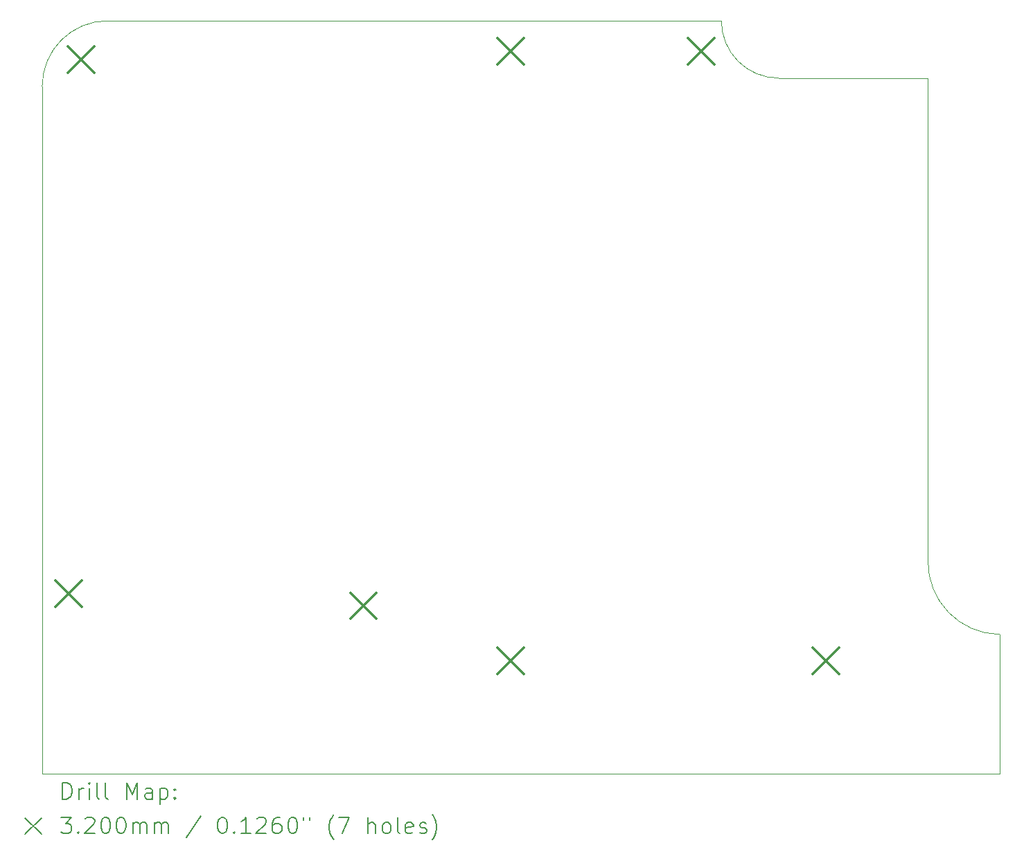
<source format=gbr>
%FSLAX45Y45*%
G04 Gerber Fmt 4.5, Leading zero omitted, Abs format (unit mm)*
G04 Created by KiCad (PCBNEW (5.99.0-12766-g4a3658027e)) date 2021-12-04 14:16:48*
%MOMM*%
%LPD*%
G01*
G04 APERTURE LIST*
%TA.AperFunction,Profile*%
%ADD10C,0.050000*%
%TD*%
%ADD11C,0.200000*%
%ADD12C,0.320000*%
G04 APERTURE END LIST*
D10*
X2125000Y-21300000D02*
X13825000Y-21300000D01*
X2125000Y-21300000D02*
X2125000Y-12900000D01*
X10425000Y-12100000D02*
G75*
G03*
X11125000Y-12800000I700000J0D01*
G01*
X13825000Y-21300000D02*
X13825000Y-19600000D01*
X11125000Y-12800000D02*
X12950000Y-12800000D01*
X12950000Y-12800000D02*
X12950000Y-18700000D01*
X7525000Y-12100000D02*
X10425000Y-12100000D01*
X2925000Y-12100000D02*
X7525000Y-12100000D01*
X13825000Y-19600000D02*
G75*
G02*
X12950000Y-18700000I12500J887500D01*
G01*
X2925000Y-12100000D02*
G75*
G03*
X2125000Y-12900000I0J-800000D01*
G01*
D11*
D12*
X2290000Y-18940000D02*
X2610000Y-19260000D01*
X2610000Y-18940000D02*
X2290000Y-19260000D01*
X2440000Y-12415000D02*
X2760000Y-12735000D01*
X2760000Y-12415000D02*
X2440000Y-12735000D01*
X5890000Y-19090000D02*
X6210000Y-19410000D01*
X6210000Y-19090000D02*
X5890000Y-19410000D01*
X7690000Y-12315000D02*
X8010000Y-12635000D01*
X8010000Y-12315000D02*
X7690000Y-12635000D01*
X7690000Y-19765000D02*
X8010000Y-20085000D01*
X8010000Y-19765000D02*
X7690000Y-20085000D01*
X10015000Y-12315000D02*
X10335000Y-12635000D01*
X10335000Y-12315000D02*
X10015000Y-12635000D01*
X11540000Y-19765000D02*
X11860000Y-20085000D01*
X11860000Y-19765000D02*
X11540000Y-20085000D01*
D11*
X2375119Y-21612976D02*
X2375119Y-21412976D01*
X2422738Y-21412976D01*
X2451310Y-21422500D01*
X2470357Y-21441548D01*
X2479881Y-21460595D01*
X2489405Y-21498690D01*
X2489405Y-21527262D01*
X2479881Y-21565357D01*
X2470357Y-21584405D01*
X2451310Y-21603452D01*
X2422738Y-21612976D01*
X2375119Y-21612976D01*
X2575119Y-21612976D02*
X2575119Y-21479643D01*
X2575119Y-21517738D02*
X2584643Y-21498690D01*
X2594167Y-21489167D01*
X2613214Y-21479643D01*
X2632262Y-21479643D01*
X2698929Y-21612976D02*
X2698929Y-21479643D01*
X2698929Y-21412976D02*
X2689405Y-21422500D01*
X2698929Y-21432024D01*
X2708452Y-21422500D01*
X2698929Y-21412976D01*
X2698929Y-21432024D01*
X2822738Y-21612976D02*
X2803690Y-21603452D01*
X2794167Y-21584405D01*
X2794167Y-21412976D01*
X2927500Y-21612976D02*
X2908452Y-21603452D01*
X2898928Y-21584405D01*
X2898928Y-21412976D01*
X3156071Y-21612976D02*
X3156071Y-21412976D01*
X3222738Y-21555833D01*
X3289405Y-21412976D01*
X3289405Y-21612976D01*
X3470357Y-21612976D02*
X3470357Y-21508214D01*
X3460833Y-21489167D01*
X3441786Y-21479643D01*
X3403690Y-21479643D01*
X3384643Y-21489167D01*
X3470357Y-21603452D02*
X3451309Y-21612976D01*
X3403690Y-21612976D01*
X3384643Y-21603452D01*
X3375119Y-21584405D01*
X3375119Y-21565357D01*
X3384643Y-21546310D01*
X3403690Y-21536786D01*
X3451309Y-21536786D01*
X3470357Y-21527262D01*
X3565595Y-21479643D02*
X3565595Y-21679643D01*
X3565595Y-21489167D02*
X3584643Y-21479643D01*
X3622738Y-21479643D01*
X3641786Y-21489167D01*
X3651309Y-21498690D01*
X3660833Y-21517738D01*
X3660833Y-21574881D01*
X3651309Y-21593929D01*
X3641786Y-21603452D01*
X3622738Y-21612976D01*
X3584643Y-21612976D01*
X3565595Y-21603452D01*
X3746548Y-21593929D02*
X3756071Y-21603452D01*
X3746548Y-21612976D01*
X3737024Y-21603452D01*
X3746548Y-21593929D01*
X3746548Y-21612976D01*
X3746548Y-21489167D02*
X3756071Y-21498690D01*
X3746548Y-21508214D01*
X3737024Y-21498690D01*
X3746548Y-21489167D01*
X3746548Y-21508214D01*
X1917500Y-21842500D02*
X2117500Y-22042500D01*
X2117500Y-21842500D02*
X1917500Y-22042500D01*
X2356071Y-21832976D02*
X2479881Y-21832976D01*
X2413214Y-21909167D01*
X2441786Y-21909167D01*
X2460833Y-21918690D01*
X2470357Y-21928214D01*
X2479881Y-21947262D01*
X2479881Y-21994881D01*
X2470357Y-22013929D01*
X2460833Y-22023452D01*
X2441786Y-22032976D01*
X2384643Y-22032976D01*
X2365595Y-22023452D01*
X2356071Y-22013929D01*
X2565595Y-22013929D02*
X2575119Y-22023452D01*
X2565595Y-22032976D01*
X2556071Y-22023452D01*
X2565595Y-22013929D01*
X2565595Y-22032976D01*
X2651310Y-21852024D02*
X2660833Y-21842500D01*
X2679881Y-21832976D01*
X2727500Y-21832976D01*
X2746548Y-21842500D01*
X2756071Y-21852024D01*
X2765595Y-21871071D01*
X2765595Y-21890119D01*
X2756071Y-21918690D01*
X2641786Y-22032976D01*
X2765595Y-22032976D01*
X2889405Y-21832976D02*
X2908452Y-21832976D01*
X2927500Y-21842500D01*
X2937024Y-21852024D01*
X2946548Y-21871071D01*
X2956071Y-21909167D01*
X2956071Y-21956786D01*
X2946548Y-21994881D01*
X2937024Y-22013929D01*
X2927500Y-22023452D01*
X2908452Y-22032976D01*
X2889405Y-22032976D01*
X2870357Y-22023452D01*
X2860833Y-22013929D01*
X2851309Y-21994881D01*
X2841786Y-21956786D01*
X2841786Y-21909167D01*
X2851309Y-21871071D01*
X2860833Y-21852024D01*
X2870357Y-21842500D01*
X2889405Y-21832976D01*
X3079881Y-21832976D02*
X3098928Y-21832976D01*
X3117976Y-21842500D01*
X3127500Y-21852024D01*
X3137024Y-21871071D01*
X3146548Y-21909167D01*
X3146548Y-21956786D01*
X3137024Y-21994881D01*
X3127500Y-22013929D01*
X3117976Y-22023452D01*
X3098928Y-22032976D01*
X3079881Y-22032976D01*
X3060833Y-22023452D01*
X3051309Y-22013929D01*
X3041786Y-21994881D01*
X3032262Y-21956786D01*
X3032262Y-21909167D01*
X3041786Y-21871071D01*
X3051309Y-21852024D01*
X3060833Y-21842500D01*
X3079881Y-21832976D01*
X3232262Y-22032976D02*
X3232262Y-21899643D01*
X3232262Y-21918690D02*
X3241786Y-21909167D01*
X3260833Y-21899643D01*
X3289405Y-21899643D01*
X3308452Y-21909167D01*
X3317976Y-21928214D01*
X3317976Y-22032976D01*
X3317976Y-21928214D02*
X3327500Y-21909167D01*
X3346548Y-21899643D01*
X3375119Y-21899643D01*
X3394167Y-21909167D01*
X3403690Y-21928214D01*
X3403690Y-22032976D01*
X3498928Y-22032976D02*
X3498928Y-21899643D01*
X3498928Y-21918690D02*
X3508452Y-21909167D01*
X3527500Y-21899643D01*
X3556071Y-21899643D01*
X3575119Y-21909167D01*
X3584643Y-21928214D01*
X3584643Y-22032976D01*
X3584643Y-21928214D02*
X3594167Y-21909167D01*
X3613214Y-21899643D01*
X3641786Y-21899643D01*
X3660833Y-21909167D01*
X3670357Y-21928214D01*
X3670357Y-22032976D01*
X4060833Y-21823452D02*
X3889405Y-22080595D01*
X4317976Y-21832976D02*
X4337024Y-21832976D01*
X4356071Y-21842500D01*
X4365595Y-21852024D01*
X4375119Y-21871071D01*
X4384643Y-21909167D01*
X4384643Y-21956786D01*
X4375119Y-21994881D01*
X4365595Y-22013929D01*
X4356071Y-22023452D01*
X4337024Y-22032976D01*
X4317976Y-22032976D01*
X4298929Y-22023452D01*
X4289405Y-22013929D01*
X4279881Y-21994881D01*
X4270357Y-21956786D01*
X4270357Y-21909167D01*
X4279881Y-21871071D01*
X4289405Y-21852024D01*
X4298929Y-21842500D01*
X4317976Y-21832976D01*
X4470357Y-22013929D02*
X4479881Y-22023452D01*
X4470357Y-22032976D01*
X4460833Y-22023452D01*
X4470357Y-22013929D01*
X4470357Y-22032976D01*
X4670357Y-22032976D02*
X4556071Y-22032976D01*
X4613214Y-22032976D02*
X4613214Y-21832976D01*
X4594167Y-21861548D01*
X4575119Y-21880595D01*
X4556071Y-21890119D01*
X4746548Y-21852024D02*
X4756071Y-21842500D01*
X4775119Y-21832976D01*
X4822738Y-21832976D01*
X4841786Y-21842500D01*
X4851310Y-21852024D01*
X4860833Y-21871071D01*
X4860833Y-21890119D01*
X4851310Y-21918690D01*
X4737024Y-22032976D01*
X4860833Y-22032976D01*
X5032262Y-21832976D02*
X4994167Y-21832976D01*
X4975119Y-21842500D01*
X4965595Y-21852024D01*
X4946548Y-21880595D01*
X4937024Y-21918690D01*
X4937024Y-21994881D01*
X4946548Y-22013929D01*
X4956071Y-22023452D01*
X4975119Y-22032976D01*
X5013214Y-22032976D01*
X5032262Y-22023452D01*
X5041786Y-22013929D01*
X5051310Y-21994881D01*
X5051310Y-21947262D01*
X5041786Y-21928214D01*
X5032262Y-21918690D01*
X5013214Y-21909167D01*
X4975119Y-21909167D01*
X4956071Y-21918690D01*
X4946548Y-21928214D01*
X4937024Y-21947262D01*
X5175119Y-21832976D02*
X5194167Y-21832976D01*
X5213214Y-21842500D01*
X5222738Y-21852024D01*
X5232262Y-21871071D01*
X5241786Y-21909167D01*
X5241786Y-21956786D01*
X5232262Y-21994881D01*
X5222738Y-22013929D01*
X5213214Y-22023452D01*
X5194167Y-22032976D01*
X5175119Y-22032976D01*
X5156071Y-22023452D01*
X5146548Y-22013929D01*
X5137024Y-21994881D01*
X5127500Y-21956786D01*
X5127500Y-21909167D01*
X5137024Y-21871071D01*
X5146548Y-21852024D01*
X5156071Y-21842500D01*
X5175119Y-21832976D01*
X5317976Y-21832976D02*
X5317976Y-21871071D01*
X5394167Y-21832976D02*
X5394167Y-21871071D01*
X5689405Y-22109167D02*
X5679881Y-22099643D01*
X5660833Y-22071071D01*
X5651309Y-22052024D01*
X5641786Y-22023452D01*
X5632262Y-21975833D01*
X5632262Y-21937738D01*
X5641786Y-21890119D01*
X5651309Y-21861548D01*
X5660833Y-21842500D01*
X5679881Y-21813929D01*
X5689405Y-21804405D01*
X5746548Y-21832976D02*
X5879881Y-21832976D01*
X5794167Y-22032976D01*
X6108452Y-22032976D02*
X6108452Y-21832976D01*
X6194167Y-22032976D02*
X6194167Y-21928214D01*
X6184643Y-21909167D01*
X6165595Y-21899643D01*
X6137024Y-21899643D01*
X6117976Y-21909167D01*
X6108452Y-21918690D01*
X6317976Y-22032976D02*
X6298928Y-22023452D01*
X6289405Y-22013929D01*
X6279881Y-21994881D01*
X6279881Y-21937738D01*
X6289405Y-21918690D01*
X6298928Y-21909167D01*
X6317976Y-21899643D01*
X6346548Y-21899643D01*
X6365595Y-21909167D01*
X6375119Y-21918690D01*
X6384643Y-21937738D01*
X6384643Y-21994881D01*
X6375119Y-22013929D01*
X6365595Y-22023452D01*
X6346548Y-22032976D01*
X6317976Y-22032976D01*
X6498928Y-22032976D02*
X6479881Y-22023452D01*
X6470357Y-22004405D01*
X6470357Y-21832976D01*
X6651309Y-22023452D02*
X6632262Y-22032976D01*
X6594167Y-22032976D01*
X6575119Y-22023452D01*
X6565595Y-22004405D01*
X6565595Y-21928214D01*
X6575119Y-21909167D01*
X6594167Y-21899643D01*
X6632262Y-21899643D01*
X6651309Y-21909167D01*
X6660833Y-21928214D01*
X6660833Y-21947262D01*
X6565595Y-21966310D01*
X6737024Y-22023452D02*
X6756071Y-22032976D01*
X6794167Y-22032976D01*
X6813214Y-22023452D01*
X6822738Y-22004405D01*
X6822738Y-21994881D01*
X6813214Y-21975833D01*
X6794167Y-21966310D01*
X6765595Y-21966310D01*
X6746548Y-21956786D01*
X6737024Y-21937738D01*
X6737024Y-21928214D01*
X6746548Y-21909167D01*
X6765595Y-21899643D01*
X6794167Y-21899643D01*
X6813214Y-21909167D01*
X6889405Y-22109167D02*
X6898928Y-22099643D01*
X6917976Y-22071071D01*
X6927500Y-22052024D01*
X6937024Y-22023452D01*
X6946548Y-21975833D01*
X6946548Y-21937738D01*
X6937024Y-21890119D01*
X6927500Y-21861548D01*
X6917976Y-21842500D01*
X6898928Y-21813929D01*
X6889405Y-21804405D01*
M02*

</source>
